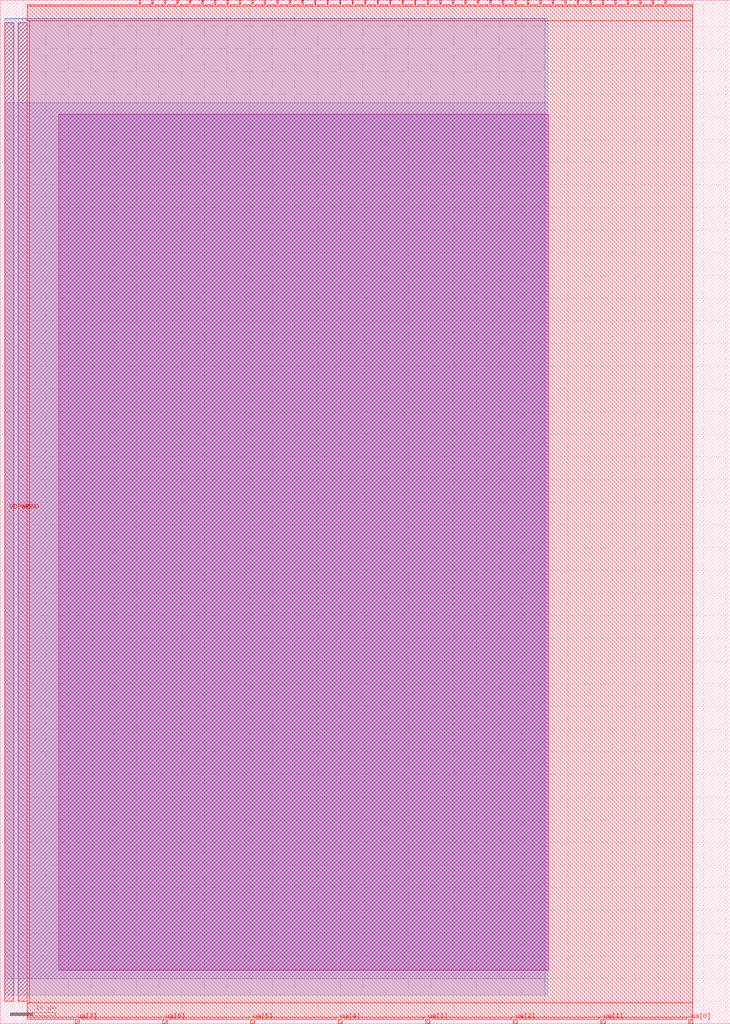
<source format=lef>
MACRO tt_um_mickey_pll
  CLASS BLOCK ;
  FOREIGN tt_um_mickey_pll ;
  ORIGIN 0.000 0.000 ;
  SIZE 161.000 BY 225.760 ;
  PIN clk
    DIRECTION INPUT ;
    USE SIGNAL ;
    PORT
      LAYER met4 ;
        RECT 143.830 224.760 144.130 225.760 ;
    END
  END clk
  PIN ena
    DIRECTION INPUT ;
    USE SIGNAL ;
    PORT
      LAYER met4 ;
        RECT 146.590 224.760 146.890 225.760 ;
    END
  END ena
  PIN rst_n
    DIRECTION INPUT ;
    USE SIGNAL ;
    PORT
      LAYER met4 ;
        RECT 141.070 224.760 141.370 225.760 ;
    END
  END rst_n
  PIN ua[0]
    DIRECTION INOUT ;
    USE SIGNAL ;
    ANTENNAGATEAREA 0.315000 ;
    ANTENNADIFFAREA 0.429000 ;
    PORT
      LAYER met4 ;
        RECT 151.810 0.000 152.710 1.000 ;
    END
  END ua[0]
  PIN ua[1]
    DIRECTION INOUT ;
    USE SIGNAL ;
    ANTENNAGATEAREA 0.450000 ;
    PORT
      LAYER met4 ;
        RECT 132.490 0.000 133.390 1.000 ;
    END
  END ua[1]
  PIN ua[2]
    DIRECTION INOUT ;
    USE SIGNAL ;
    ANTENNAGATEAREA 0.300000 ;
    ANTENNADIFFAREA 1.044000 ;
    PORT
      LAYER met4 ;
        RECT 113.170 0.000 114.070 1.000 ;
    END
  END ua[2]
  PIN ua[3]
    DIRECTION INOUT ;
    USE SIGNAL ;
    PORT
      LAYER met4 ;
        RECT 93.850 0.000 94.750 1.000 ;
    END
  END ua[3]
  PIN ua[4]
    DIRECTION INOUT ;
    USE SIGNAL ;
    PORT
      LAYER met4 ;
        RECT 74.530 0.000 75.430 1.000 ;
    END
  END ua[4]
  PIN ua[5]
    DIRECTION INOUT ;
    USE SIGNAL ;
    PORT
      LAYER met4 ;
        RECT 55.210 0.000 56.110 1.000 ;
    END
  END ua[5]
  PIN ua[6]
    DIRECTION INOUT ;
    USE SIGNAL ;
    PORT
      LAYER met4 ;
        RECT 35.890 0.000 36.790 1.000 ;
    END
  END ua[6]
  PIN ua[7]
    DIRECTION INOUT ;
    USE SIGNAL ;
    PORT
      LAYER met4 ;
        RECT 16.570 0.000 17.470 1.000 ;
    END
  END ua[7]
  PIN ui_in[0]
    DIRECTION INPUT ;
    USE SIGNAL ;
    PORT
      LAYER met4 ;
        RECT 138.310 224.760 138.610 225.760 ;
    END
  END ui_in[0]
  PIN ui_in[1]
    DIRECTION INPUT ;
    USE SIGNAL ;
    PORT
      LAYER met4 ;
        RECT 135.550 224.760 135.850 225.760 ;
    END
  END ui_in[1]
  PIN ui_in[2]
    DIRECTION INPUT ;
    USE SIGNAL ;
    PORT
      LAYER met4 ;
        RECT 132.790 224.760 133.090 225.760 ;
    END
  END ui_in[2]
  PIN ui_in[3]
    DIRECTION INPUT ;
    USE SIGNAL ;
    PORT
      LAYER met4 ;
        RECT 130.030 224.760 130.330 225.760 ;
    END
  END ui_in[3]
  PIN ui_in[4]
    DIRECTION INPUT ;
    USE SIGNAL ;
    PORT
      LAYER met4 ;
        RECT 127.270 224.760 127.570 225.760 ;
    END
  END ui_in[4]
  PIN ui_in[5]
    DIRECTION INPUT ;
    USE SIGNAL ;
    PORT
      LAYER met4 ;
        RECT 124.510 224.760 124.810 225.760 ;
    END
  END ui_in[5]
  PIN ui_in[6]
    DIRECTION INPUT ;
    USE SIGNAL ;
    PORT
      LAYER met4 ;
        RECT 121.750 224.760 122.050 225.760 ;
    END
  END ui_in[6]
  PIN ui_in[7]
    DIRECTION INPUT ;
    USE SIGNAL ;
    ANTENNAGATEAREA 0.159000 ;
    PORT
      LAYER met4 ;
        RECT 118.990 224.760 119.290 225.760 ;
    END
  END ui_in[7]
  PIN uio_in[0]
    DIRECTION INPUT ;
    USE SIGNAL ;
    PORT
      LAYER met4 ;
        RECT 116.230 224.760 116.530 225.760 ;
    END
  END uio_in[0]
  PIN uio_in[1]
    DIRECTION INPUT ;
    USE SIGNAL ;
    PORT
      LAYER met4 ;
        RECT 113.470 224.760 113.770 225.760 ;
    END
  END uio_in[1]
  PIN uio_in[2]
    DIRECTION INPUT ;
    USE SIGNAL ;
    PORT
      LAYER met4 ;
        RECT 110.710 224.760 111.010 225.760 ;
    END
  END uio_in[2]
  PIN uio_in[3]
    DIRECTION INPUT ;
    USE SIGNAL ;
    PORT
      LAYER met4 ;
        RECT 107.950 224.760 108.250 225.760 ;
    END
  END uio_in[3]
  PIN uio_in[4]
    DIRECTION INPUT ;
    USE SIGNAL ;
    PORT
      LAYER met4 ;
        RECT 105.190 224.760 105.490 225.760 ;
    END
  END uio_in[4]
  PIN uio_in[5]
    DIRECTION INPUT ;
    USE SIGNAL ;
    PORT
      LAYER met4 ;
        RECT 102.430 224.760 102.730 225.760 ;
    END
  END uio_in[5]
  PIN uio_in[6]
    DIRECTION INPUT ;
    USE SIGNAL ;
    PORT
      LAYER met4 ;
        RECT 99.670 224.760 99.970 225.760 ;
    END
  END uio_in[6]
  PIN uio_in[7]
    DIRECTION INPUT ;
    USE SIGNAL ;
    PORT
      LAYER met4 ;
        RECT 96.910 224.760 97.210 225.760 ;
    END
  END uio_in[7]
  PIN uio_oe[0]
    DIRECTION OUTPUT ;
    USE SIGNAL ;
    ANTENNAGATEAREA 0.252000 ;
    ANTENNADIFFAREA 22.862299 ;
    PORT
      LAYER met4 ;
        RECT 49.990 224.760 50.290 225.760 ;
    END
  END uio_oe[0]
  PIN uio_oe[1]
    DIRECTION OUTPUT ;
    USE SIGNAL ;
    ANTENNAGATEAREA 0.252000 ;
    ANTENNADIFFAREA 22.862299 ;
    PORT
      LAYER met4 ;
        RECT 47.230 224.760 47.530 225.760 ;
    END
  END uio_oe[1]
  PIN uio_oe[2]
    DIRECTION OUTPUT ;
    USE SIGNAL ;
    ANTENNAGATEAREA 0.252000 ;
    ANTENNADIFFAREA 22.862299 ;
    PORT
      LAYER met4 ;
        RECT 44.470 224.760 44.770 225.760 ;
    END
  END uio_oe[2]
  PIN uio_oe[3]
    DIRECTION OUTPUT ;
    USE SIGNAL ;
    ANTENNAGATEAREA 0.252000 ;
    ANTENNADIFFAREA 22.862299 ;
    PORT
      LAYER met4 ;
        RECT 41.710 224.760 42.010 225.760 ;
    END
  END uio_oe[3]
  PIN uio_oe[4]
    DIRECTION OUTPUT ;
    USE SIGNAL ;
    ANTENNAGATEAREA 0.252000 ;
    ANTENNADIFFAREA 22.862299 ;
    PORT
      LAYER met4 ;
        RECT 38.950 224.760 39.250 225.760 ;
    END
  END uio_oe[4]
  PIN uio_oe[5]
    DIRECTION OUTPUT ;
    USE SIGNAL ;
    ANTENNAGATEAREA 0.252000 ;
    ANTENNADIFFAREA 22.862299 ;
    PORT
      LAYER met4 ;
        RECT 36.190 224.760 36.490 225.760 ;
    END
  END uio_oe[5]
  PIN uio_oe[6]
    DIRECTION OUTPUT ;
    USE SIGNAL ;
    ANTENNAGATEAREA 0.252000 ;
    ANTENNADIFFAREA 22.862299 ;
    PORT
      LAYER met4 ;
        RECT 33.430 224.760 33.730 225.760 ;
    END
  END uio_oe[6]
  PIN uio_oe[7]
    DIRECTION OUTPUT ;
    USE SIGNAL ;
    ANTENNAGATEAREA 0.252000 ;
    ANTENNADIFFAREA 22.862299 ;
    PORT
      LAYER met4 ;
        RECT 30.670 224.760 30.970 225.760 ;
    END
  END uio_oe[7]
  PIN uio_out[0]
    DIRECTION OUTPUT ;
    USE SIGNAL ;
    ANTENNADIFFAREA 19.214350 ;
    PORT
      LAYER met4 ;
        RECT 72.070 224.760 72.370 225.760 ;
    END
  END uio_out[0]
  PIN uio_out[1]
    DIRECTION OUTPUT ;
    USE SIGNAL ;
    ANTENNADIFFAREA 19.214350 ;
    PORT
      LAYER met4 ;
        RECT 69.310 224.760 69.610 225.760 ;
    END
  END uio_out[1]
  PIN uio_out[2]
    DIRECTION OUTPUT ;
    USE SIGNAL ;
    ANTENNADIFFAREA 19.214350 ;
    PORT
      LAYER met4 ;
        RECT 66.550 224.760 66.850 225.760 ;
    END
  END uio_out[2]
  PIN uio_out[3]
    DIRECTION OUTPUT ;
    USE SIGNAL ;
    ANTENNADIFFAREA 19.214350 ;
    PORT
      LAYER met4 ;
        RECT 63.790 224.760 64.090 225.760 ;
    END
  END uio_out[3]
  PIN uio_out[4]
    DIRECTION OUTPUT ;
    USE SIGNAL ;
    ANTENNADIFFAREA 19.214350 ;
    PORT
      LAYER met4 ;
        RECT 61.030 224.760 61.330 225.760 ;
    END
  END uio_out[4]
  PIN uio_out[5]
    DIRECTION OUTPUT ;
    USE SIGNAL ;
    ANTENNADIFFAREA 19.214350 ;
    PORT
      LAYER met4 ;
        RECT 58.270 224.760 58.570 225.760 ;
    END
  END uio_out[5]
  PIN uio_out[6]
    DIRECTION OUTPUT ;
    USE SIGNAL ;
    ANTENNADIFFAREA 19.214350 ;
    PORT
      LAYER met4 ;
        RECT 55.510 224.760 55.810 225.760 ;
    END
  END uio_out[6]
  PIN uio_out[7]
    DIRECTION OUTPUT ;
    USE SIGNAL ;
    ANTENNADIFFAREA 19.214350 ;
    PORT
      LAYER met4 ;
        RECT 52.750 224.760 53.050 225.760 ;
    END
  END uio_out[7]
  PIN uo_out[0]
    DIRECTION OUTPUT ;
    USE SIGNAL ;
    ANTENNAGATEAREA 0.247500 ;
    ANTENNADIFFAREA 1.782000 ;
    PORT
      LAYER met4 ;
        RECT 94.150 224.760 94.450 225.760 ;
    END
  END uo_out[0]
  PIN uo_out[1]
    DIRECTION OUTPUT ;
    USE SIGNAL ;
    ANTENNAGATEAREA 0.159000 ;
    ANTENNADIFFAREA 0.429000 ;
    PORT
      LAYER met4 ;
        RECT 91.390 224.760 91.690 225.760 ;
    END
  END uo_out[1]
  PIN uo_out[2]
    DIRECTION OUTPUT ;
    USE SIGNAL ;
    ANTENNAGATEAREA 0.337500 ;
    ANTENNADIFFAREA 1.782000 ;
    PORT
      LAYER met4 ;
        RECT 88.630 224.760 88.930 225.760 ;
    END
  END uo_out[2]
  PIN uo_out[3]
    DIRECTION OUTPUT ;
    USE SIGNAL ;
    ANTENNADIFFAREA 19.214350 ;
    PORT
      LAYER met4 ;
        RECT 85.870 224.760 86.170 225.760 ;
    END
  END uo_out[3]
  PIN uo_out[4]
    DIRECTION OUTPUT ;
    USE SIGNAL ;
    ANTENNADIFFAREA 19.214350 ;
    PORT
      LAYER met4 ;
        RECT 83.110 224.760 83.410 225.760 ;
    END
  END uo_out[4]
  PIN uo_out[5]
    DIRECTION OUTPUT ;
    USE SIGNAL ;
    ANTENNADIFFAREA 19.214350 ;
    PORT
      LAYER met4 ;
        RECT 80.350 224.760 80.650 225.760 ;
    END
  END uo_out[5]
  PIN uo_out[6]
    DIRECTION OUTPUT ;
    USE SIGNAL ;
    ANTENNADIFFAREA 19.214350 ;
    PORT
      LAYER met4 ;
        RECT 77.590 224.760 77.890 225.760 ;
    END
  END uo_out[6]
  PIN uo_out[7]
    DIRECTION OUTPUT ;
    USE SIGNAL ;
    ANTENNAGATEAREA 0.315000 ;
    ANTENNADIFFAREA 0.429000 ;
    PORT
      LAYER met4 ;
        RECT 74.830 224.760 75.130 225.760 ;
    END
  END uo_out[7]
  PIN VDPWR
    DIRECTION INOUT ;
    USE POWER ;
    PORT
      LAYER met4 ;
        RECT 1.000 5.000 3.000 220.760 ;
    END
  END VDPWR
  PIN VGND
    DIRECTION INOUT ;
    USE GROUND ;
    PORT
      LAYER met4 ;
        RECT 4.000 5.000 6.000 220.760 ;
    END
  END VGND
  OBS
      LAYER nwell ;
        RECT 12.945 11.745 120.920 200.575 ;
      LAYER li1 ;
        RECT 13.205 11.910 120.730 200.470 ;
      LAYER met1 ;
        RECT 1.000 9.960 120.730 203.145 ;
      LAYER met2 ;
        RECT 1.000 6.265 120.225 221.675 ;
      LAYER met3 ;
        RECT 1.000 6.265 120.730 221.735 ;
      LAYER met4 ;
        RECT 6.000 224.360 30.270 224.760 ;
        RECT 31.370 224.360 33.030 224.760 ;
        RECT 34.130 224.360 35.790 224.760 ;
        RECT 36.890 224.360 38.550 224.760 ;
        RECT 39.650 224.360 41.310 224.760 ;
        RECT 42.410 224.360 44.070 224.760 ;
        RECT 45.170 224.360 46.830 224.760 ;
        RECT 47.930 224.360 49.590 224.760 ;
        RECT 50.690 224.360 52.350 224.760 ;
        RECT 53.450 224.360 55.110 224.760 ;
        RECT 56.210 224.360 57.870 224.760 ;
        RECT 58.970 224.360 60.630 224.760 ;
        RECT 61.730 224.360 63.390 224.760 ;
        RECT 64.490 224.360 66.150 224.760 ;
        RECT 67.250 224.360 68.910 224.760 ;
        RECT 70.010 224.360 71.670 224.760 ;
        RECT 72.770 224.360 74.430 224.760 ;
        RECT 75.530 224.360 77.190 224.760 ;
        RECT 78.290 224.360 79.950 224.760 ;
        RECT 81.050 224.360 82.710 224.760 ;
        RECT 83.810 224.360 85.470 224.760 ;
        RECT 86.570 224.360 88.230 224.760 ;
        RECT 89.330 224.360 90.990 224.760 ;
        RECT 92.090 224.360 93.750 224.760 ;
        RECT 94.850 224.360 96.510 224.760 ;
        RECT 97.610 224.360 99.270 224.760 ;
        RECT 100.370 224.360 102.030 224.760 ;
        RECT 103.130 224.360 104.790 224.760 ;
        RECT 105.890 224.360 107.550 224.760 ;
        RECT 108.650 224.360 110.310 224.760 ;
        RECT 111.410 224.360 113.070 224.760 ;
        RECT 114.170 224.360 115.830 224.760 ;
        RECT 116.930 224.360 118.590 224.760 ;
        RECT 119.690 224.360 121.350 224.760 ;
        RECT 122.450 224.360 124.110 224.760 ;
        RECT 125.210 224.360 126.870 224.760 ;
        RECT 127.970 224.360 129.630 224.760 ;
        RECT 130.730 224.360 132.390 224.760 ;
        RECT 133.490 224.360 135.150 224.760 ;
        RECT 136.250 224.360 137.910 224.760 ;
        RECT 139.010 224.360 140.670 224.760 ;
        RECT 141.770 224.360 143.430 224.760 ;
        RECT 144.530 224.360 146.190 224.760 ;
        RECT 147.290 224.360 152.710 224.760 ;
        RECT 6.000 221.160 152.710 224.360 ;
        RECT 6.400 4.600 152.710 221.160 ;
        RECT 6.000 1.400 152.710 4.600 ;
        RECT 6.000 1.000 16.170 1.400 ;
        RECT 17.870 1.000 35.490 1.400 ;
        RECT 37.190 1.000 54.810 1.400 ;
        RECT 56.510 1.000 74.130 1.400 ;
        RECT 75.830 1.000 93.450 1.400 ;
        RECT 95.150 1.000 112.770 1.400 ;
        RECT 114.470 1.000 132.090 1.400 ;
        RECT 133.790 1.000 151.410 1.400 ;
  END
END tt_um_mickey_pll
END LIBRARY


</source>
